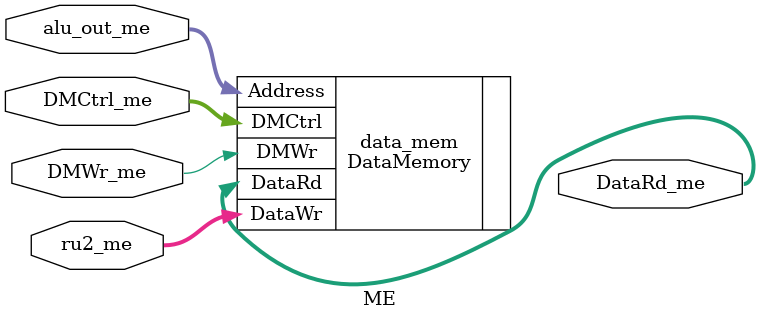
<source format=sv>
`include "modulos/DataMemory.sv"

module ME(
    input logic [31:0] alu_out_me,
    input logic [31:0] ru2_me,
    input logic DMWr_me,
    input logic [2:0] DMCtrl_me,
    output logic [31:0] DataRd_me
);

    DataMemory data_mem(
        .Address(alu_out_me),
        .DataWr(ru2_me),
        .DMWr(DMWr_me),
        .DMCtrl(DMCtrl_me),
        .DataRd(DataRd_me)
    );


endmodule
</source>
